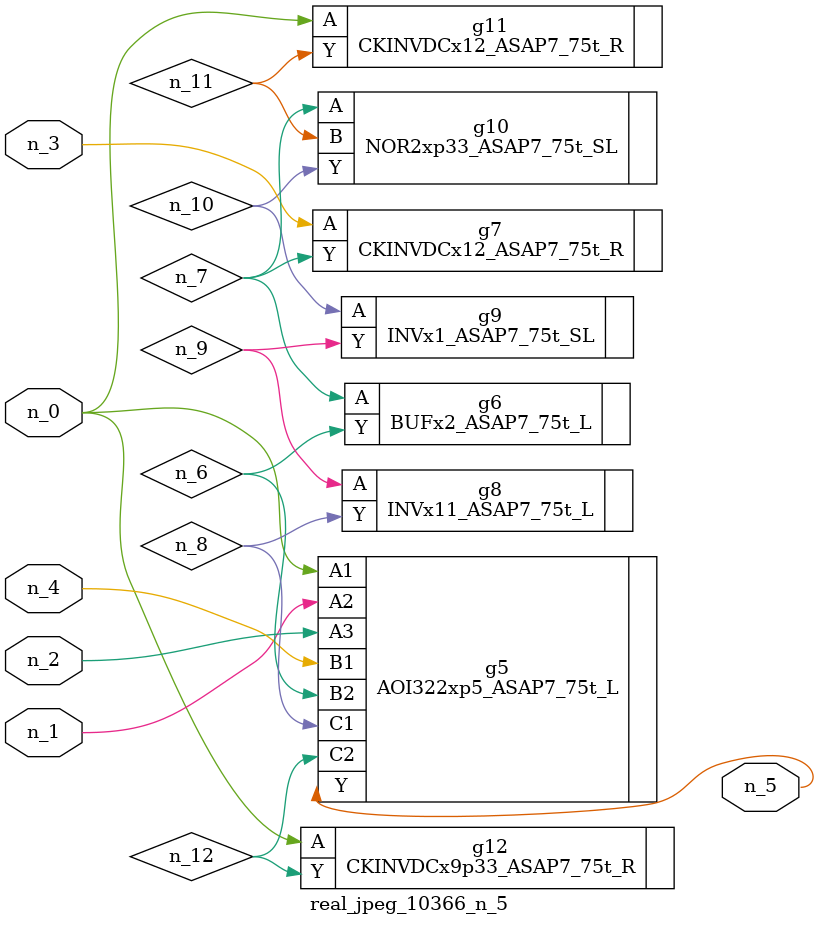
<source format=v>
module real_jpeg_10366_n_5 (n_4, n_0, n_1, n_2, n_3, n_5);

input n_4;
input n_0;
input n_1;
input n_2;
input n_3;

output n_5;

wire n_12;
wire n_8;
wire n_11;
wire n_6;
wire n_7;
wire n_10;
wire n_9;

AOI322xp5_ASAP7_75t_L g5 ( 
.A1(n_0),
.A2(n_1),
.A3(n_2),
.B1(n_4),
.B2(n_6),
.C1(n_8),
.C2(n_12),
.Y(n_5)
);

CKINVDCx12_ASAP7_75t_R g11 ( 
.A(n_0),
.Y(n_11)
);

CKINVDCx9p33_ASAP7_75t_R g12 ( 
.A(n_0),
.Y(n_12)
);

CKINVDCx12_ASAP7_75t_R g7 ( 
.A(n_3),
.Y(n_7)
);

BUFx2_ASAP7_75t_L g6 ( 
.A(n_7),
.Y(n_6)
);

NOR2xp33_ASAP7_75t_SL g10 ( 
.A(n_7),
.B(n_11),
.Y(n_10)
);

INVx11_ASAP7_75t_L g8 ( 
.A(n_9),
.Y(n_8)
);

INVx1_ASAP7_75t_SL g9 ( 
.A(n_10),
.Y(n_9)
);


endmodule
</source>
